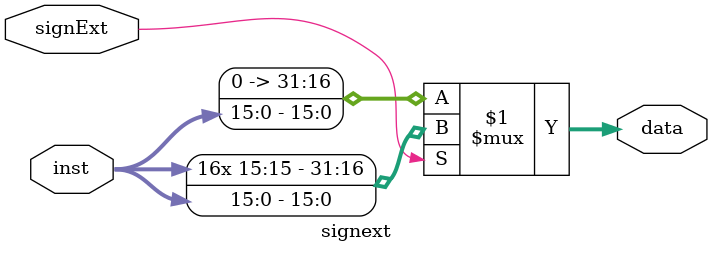
<source format=v>
`timescale 1ns / 1ps


module signext(
    input [15 : 0] inst,
    input signExt,
    output [31 : 0] data
    );
    assign data = (signExt ? { {16 {inst[15]}}, inst[15 : 0] } : { 16'h0000, inst[15 : 0] });
endmodule

</source>
